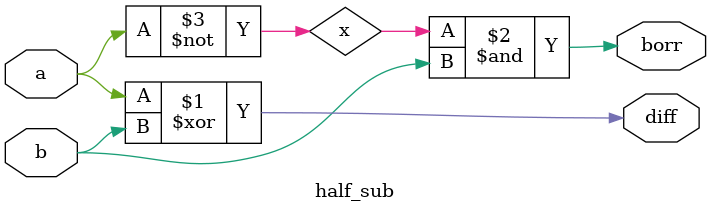
<source format=v>
module half_sub(input a,b,output borr,diff);
     wire x;
      xor(diff,a,b);
      not(x,a);
      and(borr,x,b);
      

endmodule

</source>
